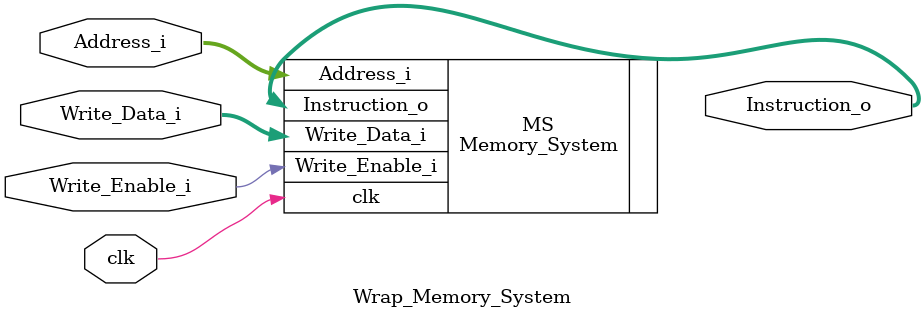
<source format=v>
module Wrap_Memory_System
#(
	parameter MEMORY_DEPTH = 64,
	parameter DATA_WIDTH = 32
)
(
	input Write_Enable_i, clk,
	input [(DATA_WIDTH-1):0] Write_Data_i,
	input [(MEMORY_DEPTH-1):0] Address_i,
	output [(DATA_WIDTH-1):0] Instruction_o
);

Memory_System  #(.MEMORY_DEPTH(MEMORY_DEPTH ), .DATA_WIDTH(DATA_WIDTH)) MS ( .Write_Enable_i(Write_Enable_i), .clk(clk), .Write_Data_i(Write_Data_i), .Address_i(Address_i), .Instruction_o(Instruction_o));
						 
endmodule

</source>
